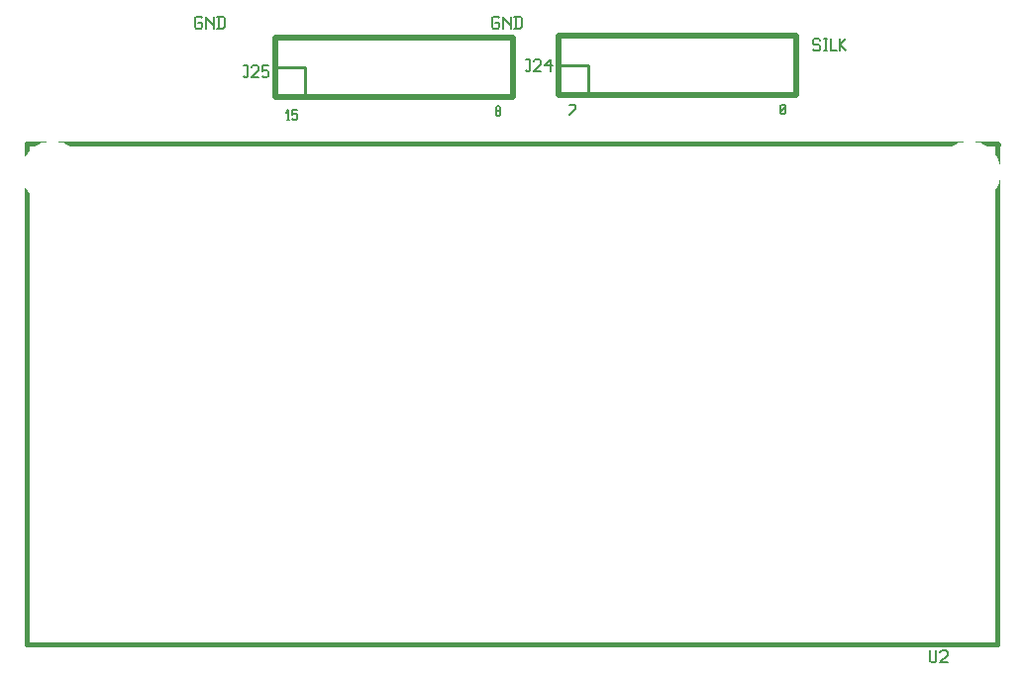
<source format=gbr>
G04 Title: RX Daughterboard, silkscreen, component side *
G04 Creator: pcb-bin 1.99p *
G04 CreationDate: Tue 01 Mar 2005 01:13:31 AM GMT UTC *
G04 For: matt *
G04 Format: Gerber/RS-274X *
G04 PCB-Dimensions: 330000 250000 *
G04 PCB-Coordinate-Origin: lower left *
%MOIN*%
%FSLAX24Y24*%
%IPPOS*%
%ADD11C,0.0400*%
%ADD12C,0.0250*%
%ADD13C,0.0450*%
%ADD14C,0.0080*%
%ADD15C,0.0280*%
%ADD16C,0.0100*%
%ADD17C,0.0300*%
%ADD18C,0.0600*%
%ADD19C,0.0240*%
%ADD20R,0.0240X0.0240*%
%ADD21R,0.0440X0.0440*%
%ADD22R,0.0300X0.0300*%
%ADD23C,0.0060*%
%ADD24R,0.0480X0.0480*%
%ADD25R,0.0680X0.0680*%
%ADD26R,0.0540X0.0540*%
%ADD27R,0.0970X0.0970*%
%ADD28R,0.1170X0.1170*%
%ADD29R,0.1030X0.1030*%
%ADD30C,0.0200*%
%ADD31R,0.0560X0.0560*%
%ADD32R,0.0860X0.0860*%
%ADD33R,0.0620X0.0620*%
%ADD34R,0.1220X0.1220*%
%ADD35R,0.1520X0.1520*%
%ADD36R,0.1280X0.1280*%
%ADD37R,0.0340X0.0340*%
%ADD38R,0.0640X0.0640*%
%ADD39R,0.0400X0.0400*%
%ADD40R,0.0200X0.0200*%
%ADD41C,0.0720*%
%ADD42C,0.0920X0.0720*%
%ADD43C,0.0920*%
%ADD44C,0.0340*%
%ADD45R,0.0600X0.0600*%
%ADD46R,0.0660X0.0660*%
%ADD47R,0.0900X0.0900X0.0600X0.0600*%
%ADD48R,0.0900X0.0900*%
%ADD49C,0.0660*%
%AMTHERM1*7,0,0,0.0900,0.0600,0.0100,45*%
%ADD50THERM1*%
%ADD51C,0.0900X0.0600*%
%ADD52C,0.0900*%
%ADD53C,0.0500*%
%ADD54R,0.0500X0.0500*%
%ADD55C,0.0750*%
%ADD56C,0.0810*%
%ADD57C,0.0950X0.0750*%
%ADD58C,0.0950*%
%ADD59C,0.0125*%
%AMTHERM2*7,0,0,0.0950,0.0750,0.0125,45*%
%ADD60THERM2*%
%ADD61C,0.1400*%
%ADD62C,0.1460*%
%ADD63C,0.1600X0.1400*%
%ADD64C,0.1600*%
%ADD65C,0.2100*%
%ADD66C,0.2160*%
%AMTHERM3*7,0,0,0.2300,0.2100,0.0500,45*%
%ADD67THERM3*%
%ADD68C,0.2300X0.2100*%
%ADD69C,0.2300*%
%ADD70C,0.0150*%
%ADD71C,0.1320*%
%ADD72C,0.1100*%
%ADD73C,0.1520*%
%ADD74C,0.1520X0.1320*%
%ADD75C,0.0610*%
%ADD76C,0.0610X0.0450*%
%ADD77C,0.0160*%
%AMTHERM4*7,0,0,0.0800,0.0600,0.0160,45*%
%ADD78THERM4*%
%ADD79C,0.0800*%
%ADD80C,0.0800X0.0600*%
%AMTHERM5*7,0,0,0.0800,0.0600,0.0125,45*%
%ADD81THERM5*%
%AMTHERM6*7,0,0,0.0600,0.0400,0.0100,45*%
%ADD82THERM6*%
%ADD83C,0.0600X0.0400*%
%ADD84C,0.0360*%
%ADD85C,0.0560*%
%ADD86C,0.0560X0.0360*%
%AMTHERM7*7,0,0,0.0560,0.0360,0.0080,45*%
%ADD87THERM7*%
%LNGROUP_1*%
%LPD*%
G01X0Y0D02*
G54D30*X8400Y22100D02*X16400D01*
Y24100D02*Y22100D01*
X8400Y24100D02*X16400D01*
X8400D02*Y22100D01*
G54D16*X9400Y23100D02*Y22100D01*
X8400Y23100D02*X9400D01*
G04 Text: J25 *
G54D14*X7320Y23160D02*X7470D01*
Y22810D01*
X7420Y22760D02*X7470Y22810D01*
X7370Y22760D02*X7420D01*
X7320Y22810D02*X7370Y22760D01*
X7590Y23110D02*X7640Y23160D01*
X7790D01*
X7840Y23110D01*
Y23010D01*
X7590Y22760D02*X7840Y23010D01*
X7590Y22760D02*X7840D01*
X7960Y23160D02*X8160D01*
X7960D02*Y22960D01*
X8010Y23010D01*
X8110D01*
X8160Y22960D01*
Y22810D01*
X8110Y22760D02*X8160Y22810D01*
X8010Y22760D02*X8110D01*
X7960Y22810D02*X8010Y22760D01*
G54D30*X17950Y22150D02*X25950D01*
Y24150D02*Y22150D01*
X17950Y24150D02*X25950D01*
X17950D02*Y22150D01*
G54D16*X18950Y23150D02*Y22150D01*
X17950Y23150D02*X18950D01*
G04 Text: J24 *
G54D14*X16830Y23360D02*X16980D01*
Y23010D01*
X16930Y22960D02*X16980Y23010D01*
X16880Y22960D02*X16930D01*
X16830Y23010D02*X16880Y22960D01*
X17100Y23310D02*X17150Y23360D01*
X17300D01*
X17350Y23310D01*
Y23210D01*
X17100Y22960D02*X17350Y23210D01*
X17100Y22960D02*X17350D01*
X17470Y23160D02*X17670Y23360D01*
X17470Y23160D02*X17720D01*
X17670Y23360D02*Y22960D01*
G54D70*X30Y20520D02*Y3880D01*
Y20520D02*X32690D01*
X32720Y20490D01*
X32690Y20460D01*
Y3670D01*
X90D02*X32690D01*
X30Y3900D02*Y3660D01*
G04 Text: U2 *
G54D14*X30450Y3450D02*Y3100D01*
X30500Y3050D01*
X30600D01*
X30650Y3100D01*
Y3450D02*Y3100D01*
X30770Y3400D02*X30820Y3450D01*
X30970D01*
X31020Y3400D01*
Y3300D01*
X30770Y3050D02*X31020Y3300D01*
X30770Y3050D02*X31020D01*
G04 Text: 15 *
X8799Y21338D02*X8877D01*
X8838Y21650D02*Y21338D01*
X8760Y21572D02*X8838Y21650D01*
X8970D02*X9126D01*
X8970D02*Y21494D01*
X9009Y21533D01*
X9087D01*
X9126Y21494D01*
Y21377D01*
X9087Y21338D02*X9126Y21377D01*
X9009Y21338D02*X9087D01*
X8970Y21377D02*X9009Y21338D01*
G04 Text: 0 *
X25410Y21567D02*X25449Y21528D01*
X25410Y21801D02*Y21567D01*
Y21801D02*X25449Y21840D01*
X25527D01*
X25566Y21801D01*
Y21567D01*
X25527Y21528D02*X25566Y21567D01*
X25449Y21528D02*X25527D01*
X25410Y21606D02*X25566Y21762D01*
G04 Text: 7 *
X18290Y21508D02*X18485Y21703D01*
Y21820D02*Y21703D01*
X18290Y21820D02*X18485D01*
G04 Text: 8 *
X15980Y21743D02*X15941Y21782D01*
X15980Y21743D02*Y21665D01*
X15941Y21626D01*
X15863D02*X15941D01*
X15863D02*X15824Y21665D01*
Y21743D02*Y21665D01*
X15863Y21782D02*X15824Y21743D01*
X15863Y21782D02*X15941D01*
X15980Y21587D02*X15941Y21626D01*
X15980Y21587D02*Y21509D01*
X15941Y21470D01*
X15863D02*X15941D01*
X15863D02*X15824Y21509D01*
Y21587D02*Y21509D01*
X15863Y21626D02*X15824Y21587D01*
G04 Text: GND *
X15900Y24800D02*X15950Y24750D01*
X15750Y24800D02*X15900D01*
X15700Y24750D02*X15750Y24800D01*
X15700Y24750D02*Y24450D01*
X15750Y24400D01*
X15900D01*
X15950Y24450D01*
Y24550D02*Y24450D01*
X15900Y24600D02*X15950Y24550D01*
X15800Y24600D02*X15900D01*
X16070Y24800D02*Y24400D01*
Y24800D02*Y24750D01*
X16320Y24500D01*
Y24800D02*Y24400D01*
X16490Y24800D02*Y24400D01*
X16640Y24800D02*X16690Y24750D01*
Y24450D01*
X16640Y24400D02*X16690Y24450D01*
X16440Y24400D02*X16640D01*
X16440Y24800D02*X16640D01*
G04 Text: SILK *
X26700Y24050D02*X26750Y24000D01*
X26550Y24050D02*X26700D01*
X26500Y24000D02*X26550Y24050D01*
X26500Y24000D02*Y23900D01*
X26550Y23850D01*
X26700D01*
X26750Y23800D01*
Y23700D01*
X26700Y23650D02*X26750Y23700D01*
X26550Y23650D02*X26700D01*
X26500Y23700D02*X26550Y23650D01*
X26870Y24050D02*X26970D01*
X26920D02*Y23650D01*
X26870D02*X26970D01*
X27090Y24050D02*Y23650D01*
X27290D01*
X27410Y24050D02*Y23650D01*
Y23850D02*X27610Y24050D01*
X27410Y23850D02*X27610Y23650D01*
G04 Text: GND *
X5900Y24800D02*X5950Y24750D01*
X5750Y24800D02*X5900D01*
X5700Y24750D02*X5750Y24800D01*
X5700Y24750D02*Y24450D01*
X5750Y24400D01*
X5900D01*
X5950Y24450D01*
Y24550D02*Y24450D01*
X5900Y24600D02*X5950Y24550D01*
X5800Y24600D02*X5900D01*
X6070Y24800D02*Y24400D01*
Y24800D02*Y24750D01*
X6320Y24500D01*
Y24800D02*Y24400D01*
X6490Y24800D02*Y24400D01*
X6640Y24800D02*X6690Y24750D01*
Y24450D01*
X6640Y24400D02*X6690Y24450D01*
X6440Y24400D02*X6640D01*
X6440Y24800D02*X6640D01*
%LNCUTS*%
%LPC*%
G54D65*X910Y19550D03*
X31780D03*
M02*

</source>
